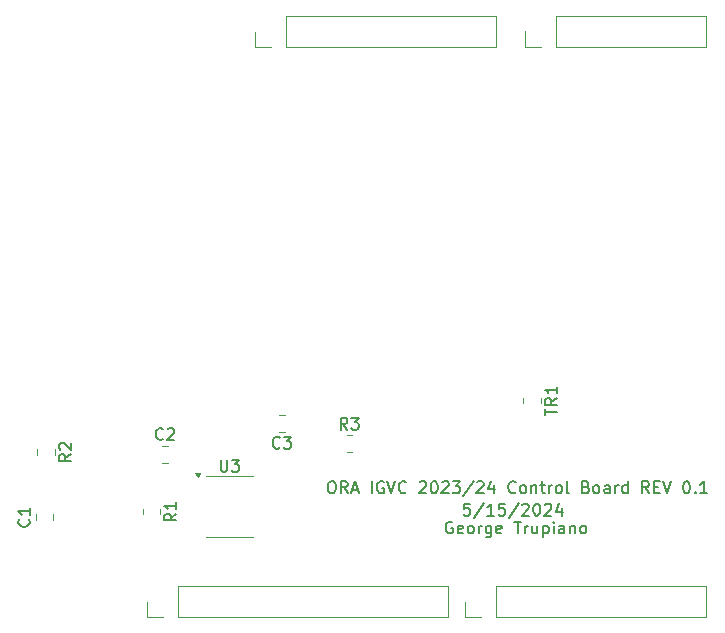
<source format=gbr>
%TF.GenerationSoftware,KiCad,Pcbnew,8.0.2-1*%
%TF.CreationDate,2024-05-16T23:12:18-04:00*%
%TF.ProjectId,ORA_Arduino_ESP_CAN_Shield,4f52415f-4172-4647-9569-6e6f5f455350,rev?*%
%TF.SameCoordinates,Original*%
%TF.FileFunction,Legend,Top*%
%TF.FilePolarity,Positive*%
%FSLAX46Y46*%
G04 Gerber Fmt 4.6, Leading zero omitted, Abs format (unit mm)*
G04 Created by KiCad (PCBNEW 8.0.2-1) date 2024-05-16 23:12:18*
%MOMM*%
%LPD*%
G01*
G04 APERTURE LIST*
%ADD10C,0.150000*%
%ADD11C,0.120000*%
G04 APERTURE END LIST*
D10*
X67100588Y-66867438D02*
X67005350Y-66819819D01*
X67005350Y-66819819D02*
X66862493Y-66819819D01*
X66862493Y-66819819D02*
X66719636Y-66867438D01*
X66719636Y-66867438D02*
X66624398Y-66962676D01*
X66624398Y-66962676D02*
X66576779Y-67057914D01*
X66576779Y-67057914D02*
X66529160Y-67248390D01*
X66529160Y-67248390D02*
X66529160Y-67391247D01*
X66529160Y-67391247D02*
X66576779Y-67581723D01*
X66576779Y-67581723D02*
X66624398Y-67676961D01*
X66624398Y-67676961D02*
X66719636Y-67772200D01*
X66719636Y-67772200D02*
X66862493Y-67819819D01*
X66862493Y-67819819D02*
X66957731Y-67819819D01*
X66957731Y-67819819D02*
X67100588Y-67772200D01*
X67100588Y-67772200D02*
X67148207Y-67724580D01*
X67148207Y-67724580D02*
X67148207Y-67391247D01*
X67148207Y-67391247D02*
X66957731Y-67391247D01*
X67957731Y-67772200D02*
X67862493Y-67819819D01*
X67862493Y-67819819D02*
X67672017Y-67819819D01*
X67672017Y-67819819D02*
X67576779Y-67772200D01*
X67576779Y-67772200D02*
X67529160Y-67676961D01*
X67529160Y-67676961D02*
X67529160Y-67296009D01*
X67529160Y-67296009D02*
X67576779Y-67200771D01*
X67576779Y-67200771D02*
X67672017Y-67153152D01*
X67672017Y-67153152D02*
X67862493Y-67153152D01*
X67862493Y-67153152D02*
X67957731Y-67200771D01*
X67957731Y-67200771D02*
X68005350Y-67296009D01*
X68005350Y-67296009D02*
X68005350Y-67391247D01*
X68005350Y-67391247D02*
X67529160Y-67486485D01*
X68576779Y-67819819D02*
X68481541Y-67772200D01*
X68481541Y-67772200D02*
X68433922Y-67724580D01*
X68433922Y-67724580D02*
X68386303Y-67629342D01*
X68386303Y-67629342D02*
X68386303Y-67343628D01*
X68386303Y-67343628D02*
X68433922Y-67248390D01*
X68433922Y-67248390D02*
X68481541Y-67200771D01*
X68481541Y-67200771D02*
X68576779Y-67153152D01*
X68576779Y-67153152D02*
X68719636Y-67153152D01*
X68719636Y-67153152D02*
X68814874Y-67200771D01*
X68814874Y-67200771D02*
X68862493Y-67248390D01*
X68862493Y-67248390D02*
X68910112Y-67343628D01*
X68910112Y-67343628D02*
X68910112Y-67629342D01*
X68910112Y-67629342D02*
X68862493Y-67724580D01*
X68862493Y-67724580D02*
X68814874Y-67772200D01*
X68814874Y-67772200D02*
X68719636Y-67819819D01*
X68719636Y-67819819D02*
X68576779Y-67819819D01*
X69338684Y-67819819D02*
X69338684Y-67153152D01*
X69338684Y-67343628D02*
X69386303Y-67248390D01*
X69386303Y-67248390D02*
X69433922Y-67200771D01*
X69433922Y-67200771D02*
X69529160Y-67153152D01*
X69529160Y-67153152D02*
X69624398Y-67153152D01*
X70386303Y-67153152D02*
X70386303Y-67962676D01*
X70386303Y-67962676D02*
X70338684Y-68057914D01*
X70338684Y-68057914D02*
X70291065Y-68105533D01*
X70291065Y-68105533D02*
X70195827Y-68153152D01*
X70195827Y-68153152D02*
X70052970Y-68153152D01*
X70052970Y-68153152D02*
X69957732Y-68105533D01*
X70386303Y-67772200D02*
X70291065Y-67819819D01*
X70291065Y-67819819D02*
X70100589Y-67819819D01*
X70100589Y-67819819D02*
X70005351Y-67772200D01*
X70005351Y-67772200D02*
X69957732Y-67724580D01*
X69957732Y-67724580D02*
X69910113Y-67629342D01*
X69910113Y-67629342D02*
X69910113Y-67343628D01*
X69910113Y-67343628D02*
X69957732Y-67248390D01*
X69957732Y-67248390D02*
X70005351Y-67200771D01*
X70005351Y-67200771D02*
X70100589Y-67153152D01*
X70100589Y-67153152D02*
X70291065Y-67153152D01*
X70291065Y-67153152D02*
X70386303Y-67200771D01*
X71243446Y-67772200D02*
X71148208Y-67819819D01*
X71148208Y-67819819D02*
X70957732Y-67819819D01*
X70957732Y-67819819D02*
X70862494Y-67772200D01*
X70862494Y-67772200D02*
X70814875Y-67676961D01*
X70814875Y-67676961D02*
X70814875Y-67296009D01*
X70814875Y-67296009D02*
X70862494Y-67200771D01*
X70862494Y-67200771D02*
X70957732Y-67153152D01*
X70957732Y-67153152D02*
X71148208Y-67153152D01*
X71148208Y-67153152D02*
X71243446Y-67200771D01*
X71243446Y-67200771D02*
X71291065Y-67296009D01*
X71291065Y-67296009D02*
X71291065Y-67391247D01*
X71291065Y-67391247D02*
X70814875Y-67486485D01*
X72338685Y-66819819D02*
X72910113Y-66819819D01*
X72624399Y-67819819D02*
X72624399Y-66819819D01*
X73243447Y-67819819D02*
X73243447Y-67153152D01*
X73243447Y-67343628D02*
X73291066Y-67248390D01*
X73291066Y-67248390D02*
X73338685Y-67200771D01*
X73338685Y-67200771D02*
X73433923Y-67153152D01*
X73433923Y-67153152D02*
X73529161Y-67153152D01*
X74291066Y-67153152D02*
X74291066Y-67819819D01*
X73862495Y-67153152D02*
X73862495Y-67676961D01*
X73862495Y-67676961D02*
X73910114Y-67772200D01*
X73910114Y-67772200D02*
X74005352Y-67819819D01*
X74005352Y-67819819D02*
X74148209Y-67819819D01*
X74148209Y-67819819D02*
X74243447Y-67772200D01*
X74243447Y-67772200D02*
X74291066Y-67724580D01*
X74767257Y-67153152D02*
X74767257Y-68153152D01*
X74767257Y-67200771D02*
X74862495Y-67153152D01*
X74862495Y-67153152D02*
X75052971Y-67153152D01*
X75052971Y-67153152D02*
X75148209Y-67200771D01*
X75148209Y-67200771D02*
X75195828Y-67248390D01*
X75195828Y-67248390D02*
X75243447Y-67343628D01*
X75243447Y-67343628D02*
X75243447Y-67629342D01*
X75243447Y-67629342D02*
X75195828Y-67724580D01*
X75195828Y-67724580D02*
X75148209Y-67772200D01*
X75148209Y-67772200D02*
X75052971Y-67819819D01*
X75052971Y-67819819D02*
X74862495Y-67819819D01*
X74862495Y-67819819D02*
X74767257Y-67772200D01*
X75672019Y-67819819D02*
X75672019Y-67153152D01*
X75672019Y-66819819D02*
X75624400Y-66867438D01*
X75624400Y-66867438D02*
X75672019Y-66915057D01*
X75672019Y-66915057D02*
X75719638Y-66867438D01*
X75719638Y-66867438D02*
X75672019Y-66819819D01*
X75672019Y-66819819D02*
X75672019Y-66915057D01*
X76576780Y-67819819D02*
X76576780Y-67296009D01*
X76576780Y-67296009D02*
X76529161Y-67200771D01*
X76529161Y-67200771D02*
X76433923Y-67153152D01*
X76433923Y-67153152D02*
X76243447Y-67153152D01*
X76243447Y-67153152D02*
X76148209Y-67200771D01*
X76576780Y-67772200D02*
X76481542Y-67819819D01*
X76481542Y-67819819D02*
X76243447Y-67819819D01*
X76243447Y-67819819D02*
X76148209Y-67772200D01*
X76148209Y-67772200D02*
X76100590Y-67676961D01*
X76100590Y-67676961D02*
X76100590Y-67581723D01*
X76100590Y-67581723D02*
X76148209Y-67486485D01*
X76148209Y-67486485D02*
X76243447Y-67438866D01*
X76243447Y-67438866D02*
X76481542Y-67438866D01*
X76481542Y-67438866D02*
X76576780Y-67391247D01*
X77052971Y-67153152D02*
X77052971Y-67819819D01*
X77052971Y-67248390D02*
X77100590Y-67200771D01*
X77100590Y-67200771D02*
X77195828Y-67153152D01*
X77195828Y-67153152D02*
X77338685Y-67153152D01*
X77338685Y-67153152D02*
X77433923Y-67200771D01*
X77433923Y-67200771D02*
X77481542Y-67296009D01*
X77481542Y-67296009D02*
X77481542Y-67819819D01*
X78100590Y-67819819D02*
X78005352Y-67772200D01*
X78005352Y-67772200D02*
X77957733Y-67724580D01*
X77957733Y-67724580D02*
X77910114Y-67629342D01*
X77910114Y-67629342D02*
X77910114Y-67343628D01*
X77910114Y-67343628D02*
X77957733Y-67248390D01*
X77957733Y-67248390D02*
X78005352Y-67200771D01*
X78005352Y-67200771D02*
X78100590Y-67153152D01*
X78100590Y-67153152D02*
X78243447Y-67153152D01*
X78243447Y-67153152D02*
X78338685Y-67200771D01*
X78338685Y-67200771D02*
X78386304Y-67248390D01*
X78386304Y-67248390D02*
X78433923Y-67343628D01*
X78433923Y-67343628D02*
X78433923Y-67629342D01*
X78433923Y-67629342D02*
X78386304Y-67724580D01*
X78386304Y-67724580D02*
X78338685Y-67772200D01*
X78338685Y-67772200D02*
X78243447Y-67819819D01*
X78243447Y-67819819D02*
X78100590Y-67819819D01*
X56787255Y-63399819D02*
X56977731Y-63399819D01*
X56977731Y-63399819D02*
X57072969Y-63447438D01*
X57072969Y-63447438D02*
X57168207Y-63542676D01*
X57168207Y-63542676D02*
X57215826Y-63733152D01*
X57215826Y-63733152D02*
X57215826Y-64066485D01*
X57215826Y-64066485D02*
X57168207Y-64256961D01*
X57168207Y-64256961D02*
X57072969Y-64352200D01*
X57072969Y-64352200D02*
X56977731Y-64399819D01*
X56977731Y-64399819D02*
X56787255Y-64399819D01*
X56787255Y-64399819D02*
X56692017Y-64352200D01*
X56692017Y-64352200D02*
X56596779Y-64256961D01*
X56596779Y-64256961D02*
X56549160Y-64066485D01*
X56549160Y-64066485D02*
X56549160Y-63733152D01*
X56549160Y-63733152D02*
X56596779Y-63542676D01*
X56596779Y-63542676D02*
X56692017Y-63447438D01*
X56692017Y-63447438D02*
X56787255Y-63399819D01*
X58215826Y-64399819D02*
X57882493Y-63923628D01*
X57644398Y-64399819D02*
X57644398Y-63399819D01*
X57644398Y-63399819D02*
X58025350Y-63399819D01*
X58025350Y-63399819D02*
X58120588Y-63447438D01*
X58120588Y-63447438D02*
X58168207Y-63495057D01*
X58168207Y-63495057D02*
X58215826Y-63590295D01*
X58215826Y-63590295D02*
X58215826Y-63733152D01*
X58215826Y-63733152D02*
X58168207Y-63828390D01*
X58168207Y-63828390D02*
X58120588Y-63876009D01*
X58120588Y-63876009D02*
X58025350Y-63923628D01*
X58025350Y-63923628D02*
X57644398Y-63923628D01*
X58596779Y-64114104D02*
X59072969Y-64114104D01*
X58501541Y-64399819D02*
X58834874Y-63399819D01*
X58834874Y-63399819D02*
X59168207Y-64399819D01*
X60263446Y-64399819D02*
X60263446Y-63399819D01*
X61263445Y-63447438D02*
X61168207Y-63399819D01*
X61168207Y-63399819D02*
X61025350Y-63399819D01*
X61025350Y-63399819D02*
X60882493Y-63447438D01*
X60882493Y-63447438D02*
X60787255Y-63542676D01*
X60787255Y-63542676D02*
X60739636Y-63637914D01*
X60739636Y-63637914D02*
X60692017Y-63828390D01*
X60692017Y-63828390D02*
X60692017Y-63971247D01*
X60692017Y-63971247D02*
X60739636Y-64161723D01*
X60739636Y-64161723D02*
X60787255Y-64256961D01*
X60787255Y-64256961D02*
X60882493Y-64352200D01*
X60882493Y-64352200D02*
X61025350Y-64399819D01*
X61025350Y-64399819D02*
X61120588Y-64399819D01*
X61120588Y-64399819D02*
X61263445Y-64352200D01*
X61263445Y-64352200D02*
X61311064Y-64304580D01*
X61311064Y-64304580D02*
X61311064Y-63971247D01*
X61311064Y-63971247D02*
X61120588Y-63971247D01*
X61596779Y-63399819D02*
X61930112Y-64399819D01*
X61930112Y-64399819D02*
X62263445Y-63399819D01*
X63168207Y-64304580D02*
X63120588Y-64352200D01*
X63120588Y-64352200D02*
X62977731Y-64399819D01*
X62977731Y-64399819D02*
X62882493Y-64399819D01*
X62882493Y-64399819D02*
X62739636Y-64352200D01*
X62739636Y-64352200D02*
X62644398Y-64256961D01*
X62644398Y-64256961D02*
X62596779Y-64161723D01*
X62596779Y-64161723D02*
X62549160Y-63971247D01*
X62549160Y-63971247D02*
X62549160Y-63828390D01*
X62549160Y-63828390D02*
X62596779Y-63637914D01*
X62596779Y-63637914D02*
X62644398Y-63542676D01*
X62644398Y-63542676D02*
X62739636Y-63447438D01*
X62739636Y-63447438D02*
X62882493Y-63399819D01*
X62882493Y-63399819D02*
X62977731Y-63399819D01*
X62977731Y-63399819D02*
X63120588Y-63447438D01*
X63120588Y-63447438D02*
X63168207Y-63495057D01*
X64311065Y-63495057D02*
X64358684Y-63447438D01*
X64358684Y-63447438D02*
X64453922Y-63399819D01*
X64453922Y-63399819D02*
X64692017Y-63399819D01*
X64692017Y-63399819D02*
X64787255Y-63447438D01*
X64787255Y-63447438D02*
X64834874Y-63495057D01*
X64834874Y-63495057D02*
X64882493Y-63590295D01*
X64882493Y-63590295D02*
X64882493Y-63685533D01*
X64882493Y-63685533D02*
X64834874Y-63828390D01*
X64834874Y-63828390D02*
X64263446Y-64399819D01*
X64263446Y-64399819D02*
X64882493Y-64399819D01*
X65501541Y-63399819D02*
X65596779Y-63399819D01*
X65596779Y-63399819D02*
X65692017Y-63447438D01*
X65692017Y-63447438D02*
X65739636Y-63495057D01*
X65739636Y-63495057D02*
X65787255Y-63590295D01*
X65787255Y-63590295D02*
X65834874Y-63780771D01*
X65834874Y-63780771D02*
X65834874Y-64018866D01*
X65834874Y-64018866D02*
X65787255Y-64209342D01*
X65787255Y-64209342D02*
X65739636Y-64304580D01*
X65739636Y-64304580D02*
X65692017Y-64352200D01*
X65692017Y-64352200D02*
X65596779Y-64399819D01*
X65596779Y-64399819D02*
X65501541Y-64399819D01*
X65501541Y-64399819D02*
X65406303Y-64352200D01*
X65406303Y-64352200D02*
X65358684Y-64304580D01*
X65358684Y-64304580D02*
X65311065Y-64209342D01*
X65311065Y-64209342D02*
X65263446Y-64018866D01*
X65263446Y-64018866D02*
X65263446Y-63780771D01*
X65263446Y-63780771D02*
X65311065Y-63590295D01*
X65311065Y-63590295D02*
X65358684Y-63495057D01*
X65358684Y-63495057D02*
X65406303Y-63447438D01*
X65406303Y-63447438D02*
X65501541Y-63399819D01*
X66215827Y-63495057D02*
X66263446Y-63447438D01*
X66263446Y-63447438D02*
X66358684Y-63399819D01*
X66358684Y-63399819D02*
X66596779Y-63399819D01*
X66596779Y-63399819D02*
X66692017Y-63447438D01*
X66692017Y-63447438D02*
X66739636Y-63495057D01*
X66739636Y-63495057D02*
X66787255Y-63590295D01*
X66787255Y-63590295D02*
X66787255Y-63685533D01*
X66787255Y-63685533D02*
X66739636Y-63828390D01*
X66739636Y-63828390D02*
X66168208Y-64399819D01*
X66168208Y-64399819D02*
X66787255Y-64399819D01*
X67120589Y-63399819D02*
X67739636Y-63399819D01*
X67739636Y-63399819D02*
X67406303Y-63780771D01*
X67406303Y-63780771D02*
X67549160Y-63780771D01*
X67549160Y-63780771D02*
X67644398Y-63828390D01*
X67644398Y-63828390D02*
X67692017Y-63876009D01*
X67692017Y-63876009D02*
X67739636Y-63971247D01*
X67739636Y-63971247D02*
X67739636Y-64209342D01*
X67739636Y-64209342D02*
X67692017Y-64304580D01*
X67692017Y-64304580D02*
X67644398Y-64352200D01*
X67644398Y-64352200D02*
X67549160Y-64399819D01*
X67549160Y-64399819D02*
X67263446Y-64399819D01*
X67263446Y-64399819D02*
X67168208Y-64352200D01*
X67168208Y-64352200D02*
X67120589Y-64304580D01*
X68882493Y-63352200D02*
X68025351Y-64637914D01*
X69168208Y-63495057D02*
X69215827Y-63447438D01*
X69215827Y-63447438D02*
X69311065Y-63399819D01*
X69311065Y-63399819D02*
X69549160Y-63399819D01*
X69549160Y-63399819D02*
X69644398Y-63447438D01*
X69644398Y-63447438D02*
X69692017Y-63495057D01*
X69692017Y-63495057D02*
X69739636Y-63590295D01*
X69739636Y-63590295D02*
X69739636Y-63685533D01*
X69739636Y-63685533D02*
X69692017Y-63828390D01*
X69692017Y-63828390D02*
X69120589Y-64399819D01*
X69120589Y-64399819D02*
X69739636Y-64399819D01*
X70596779Y-63733152D02*
X70596779Y-64399819D01*
X70358684Y-63352200D02*
X70120589Y-64066485D01*
X70120589Y-64066485D02*
X70739636Y-64066485D01*
X72453922Y-64304580D02*
X72406303Y-64352200D01*
X72406303Y-64352200D02*
X72263446Y-64399819D01*
X72263446Y-64399819D02*
X72168208Y-64399819D01*
X72168208Y-64399819D02*
X72025351Y-64352200D01*
X72025351Y-64352200D02*
X71930113Y-64256961D01*
X71930113Y-64256961D02*
X71882494Y-64161723D01*
X71882494Y-64161723D02*
X71834875Y-63971247D01*
X71834875Y-63971247D02*
X71834875Y-63828390D01*
X71834875Y-63828390D02*
X71882494Y-63637914D01*
X71882494Y-63637914D02*
X71930113Y-63542676D01*
X71930113Y-63542676D02*
X72025351Y-63447438D01*
X72025351Y-63447438D02*
X72168208Y-63399819D01*
X72168208Y-63399819D02*
X72263446Y-63399819D01*
X72263446Y-63399819D02*
X72406303Y-63447438D01*
X72406303Y-63447438D02*
X72453922Y-63495057D01*
X73025351Y-64399819D02*
X72930113Y-64352200D01*
X72930113Y-64352200D02*
X72882494Y-64304580D01*
X72882494Y-64304580D02*
X72834875Y-64209342D01*
X72834875Y-64209342D02*
X72834875Y-63923628D01*
X72834875Y-63923628D02*
X72882494Y-63828390D01*
X72882494Y-63828390D02*
X72930113Y-63780771D01*
X72930113Y-63780771D02*
X73025351Y-63733152D01*
X73025351Y-63733152D02*
X73168208Y-63733152D01*
X73168208Y-63733152D02*
X73263446Y-63780771D01*
X73263446Y-63780771D02*
X73311065Y-63828390D01*
X73311065Y-63828390D02*
X73358684Y-63923628D01*
X73358684Y-63923628D02*
X73358684Y-64209342D01*
X73358684Y-64209342D02*
X73311065Y-64304580D01*
X73311065Y-64304580D02*
X73263446Y-64352200D01*
X73263446Y-64352200D02*
X73168208Y-64399819D01*
X73168208Y-64399819D02*
X73025351Y-64399819D01*
X73787256Y-63733152D02*
X73787256Y-64399819D01*
X73787256Y-63828390D02*
X73834875Y-63780771D01*
X73834875Y-63780771D02*
X73930113Y-63733152D01*
X73930113Y-63733152D02*
X74072970Y-63733152D01*
X74072970Y-63733152D02*
X74168208Y-63780771D01*
X74168208Y-63780771D02*
X74215827Y-63876009D01*
X74215827Y-63876009D02*
X74215827Y-64399819D01*
X74549161Y-63733152D02*
X74930113Y-63733152D01*
X74692018Y-63399819D02*
X74692018Y-64256961D01*
X74692018Y-64256961D02*
X74739637Y-64352200D01*
X74739637Y-64352200D02*
X74834875Y-64399819D01*
X74834875Y-64399819D02*
X74930113Y-64399819D01*
X75263447Y-64399819D02*
X75263447Y-63733152D01*
X75263447Y-63923628D02*
X75311066Y-63828390D01*
X75311066Y-63828390D02*
X75358685Y-63780771D01*
X75358685Y-63780771D02*
X75453923Y-63733152D01*
X75453923Y-63733152D02*
X75549161Y-63733152D01*
X76025352Y-64399819D02*
X75930114Y-64352200D01*
X75930114Y-64352200D02*
X75882495Y-64304580D01*
X75882495Y-64304580D02*
X75834876Y-64209342D01*
X75834876Y-64209342D02*
X75834876Y-63923628D01*
X75834876Y-63923628D02*
X75882495Y-63828390D01*
X75882495Y-63828390D02*
X75930114Y-63780771D01*
X75930114Y-63780771D02*
X76025352Y-63733152D01*
X76025352Y-63733152D02*
X76168209Y-63733152D01*
X76168209Y-63733152D02*
X76263447Y-63780771D01*
X76263447Y-63780771D02*
X76311066Y-63828390D01*
X76311066Y-63828390D02*
X76358685Y-63923628D01*
X76358685Y-63923628D02*
X76358685Y-64209342D01*
X76358685Y-64209342D02*
X76311066Y-64304580D01*
X76311066Y-64304580D02*
X76263447Y-64352200D01*
X76263447Y-64352200D02*
X76168209Y-64399819D01*
X76168209Y-64399819D02*
X76025352Y-64399819D01*
X76930114Y-64399819D02*
X76834876Y-64352200D01*
X76834876Y-64352200D02*
X76787257Y-64256961D01*
X76787257Y-64256961D02*
X76787257Y-63399819D01*
X78406305Y-63876009D02*
X78549162Y-63923628D01*
X78549162Y-63923628D02*
X78596781Y-63971247D01*
X78596781Y-63971247D02*
X78644400Y-64066485D01*
X78644400Y-64066485D02*
X78644400Y-64209342D01*
X78644400Y-64209342D02*
X78596781Y-64304580D01*
X78596781Y-64304580D02*
X78549162Y-64352200D01*
X78549162Y-64352200D02*
X78453924Y-64399819D01*
X78453924Y-64399819D02*
X78072972Y-64399819D01*
X78072972Y-64399819D02*
X78072972Y-63399819D01*
X78072972Y-63399819D02*
X78406305Y-63399819D01*
X78406305Y-63399819D02*
X78501543Y-63447438D01*
X78501543Y-63447438D02*
X78549162Y-63495057D01*
X78549162Y-63495057D02*
X78596781Y-63590295D01*
X78596781Y-63590295D02*
X78596781Y-63685533D01*
X78596781Y-63685533D02*
X78549162Y-63780771D01*
X78549162Y-63780771D02*
X78501543Y-63828390D01*
X78501543Y-63828390D02*
X78406305Y-63876009D01*
X78406305Y-63876009D02*
X78072972Y-63876009D01*
X79215829Y-64399819D02*
X79120591Y-64352200D01*
X79120591Y-64352200D02*
X79072972Y-64304580D01*
X79072972Y-64304580D02*
X79025353Y-64209342D01*
X79025353Y-64209342D02*
X79025353Y-63923628D01*
X79025353Y-63923628D02*
X79072972Y-63828390D01*
X79072972Y-63828390D02*
X79120591Y-63780771D01*
X79120591Y-63780771D02*
X79215829Y-63733152D01*
X79215829Y-63733152D02*
X79358686Y-63733152D01*
X79358686Y-63733152D02*
X79453924Y-63780771D01*
X79453924Y-63780771D02*
X79501543Y-63828390D01*
X79501543Y-63828390D02*
X79549162Y-63923628D01*
X79549162Y-63923628D02*
X79549162Y-64209342D01*
X79549162Y-64209342D02*
X79501543Y-64304580D01*
X79501543Y-64304580D02*
X79453924Y-64352200D01*
X79453924Y-64352200D02*
X79358686Y-64399819D01*
X79358686Y-64399819D02*
X79215829Y-64399819D01*
X80406305Y-64399819D02*
X80406305Y-63876009D01*
X80406305Y-63876009D02*
X80358686Y-63780771D01*
X80358686Y-63780771D02*
X80263448Y-63733152D01*
X80263448Y-63733152D02*
X80072972Y-63733152D01*
X80072972Y-63733152D02*
X79977734Y-63780771D01*
X80406305Y-64352200D02*
X80311067Y-64399819D01*
X80311067Y-64399819D02*
X80072972Y-64399819D01*
X80072972Y-64399819D02*
X79977734Y-64352200D01*
X79977734Y-64352200D02*
X79930115Y-64256961D01*
X79930115Y-64256961D02*
X79930115Y-64161723D01*
X79930115Y-64161723D02*
X79977734Y-64066485D01*
X79977734Y-64066485D02*
X80072972Y-64018866D01*
X80072972Y-64018866D02*
X80311067Y-64018866D01*
X80311067Y-64018866D02*
X80406305Y-63971247D01*
X80882496Y-64399819D02*
X80882496Y-63733152D01*
X80882496Y-63923628D02*
X80930115Y-63828390D01*
X80930115Y-63828390D02*
X80977734Y-63780771D01*
X80977734Y-63780771D02*
X81072972Y-63733152D01*
X81072972Y-63733152D02*
X81168210Y-63733152D01*
X81930115Y-64399819D02*
X81930115Y-63399819D01*
X81930115Y-64352200D02*
X81834877Y-64399819D01*
X81834877Y-64399819D02*
X81644401Y-64399819D01*
X81644401Y-64399819D02*
X81549163Y-64352200D01*
X81549163Y-64352200D02*
X81501544Y-64304580D01*
X81501544Y-64304580D02*
X81453925Y-64209342D01*
X81453925Y-64209342D02*
X81453925Y-63923628D01*
X81453925Y-63923628D02*
X81501544Y-63828390D01*
X81501544Y-63828390D02*
X81549163Y-63780771D01*
X81549163Y-63780771D02*
X81644401Y-63733152D01*
X81644401Y-63733152D02*
X81834877Y-63733152D01*
X81834877Y-63733152D02*
X81930115Y-63780771D01*
X83739639Y-64399819D02*
X83406306Y-63923628D01*
X83168211Y-64399819D02*
X83168211Y-63399819D01*
X83168211Y-63399819D02*
X83549163Y-63399819D01*
X83549163Y-63399819D02*
X83644401Y-63447438D01*
X83644401Y-63447438D02*
X83692020Y-63495057D01*
X83692020Y-63495057D02*
X83739639Y-63590295D01*
X83739639Y-63590295D02*
X83739639Y-63733152D01*
X83739639Y-63733152D02*
X83692020Y-63828390D01*
X83692020Y-63828390D02*
X83644401Y-63876009D01*
X83644401Y-63876009D02*
X83549163Y-63923628D01*
X83549163Y-63923628D02*
X83168211Y-63923628D01*
X84168211Y-63876009D02*
X84501544Y-63876009D01*
X84644401Y-64399819D02*
X84168211Y-64399819D01*
X84168211Y-64399819D02*
X84168211Y-63399819D01*
X84168211Y-63399819D02*
X84644401Y-63399819D01*
X84930116Y-63399819D02*
X85263449Y-64399819D01*
X85263449Y-64399819D02*
X85596782Y-63399819D01*
X86882497Y-63399819D02*
X86977735Y-63399819D01*
X86977735Y-63399819D02*
X87072973Y-63447438D01*
X87072973Y-63447438D02*
X87120592Y-63495057D01*
X87120592Y-63495057D02*
X87168211Y-63590295D01*
X87168211Y-63590295D02*
X87215830Y-63780771D01*
X87215830Y-63780771D02*
X87215830Y-64018866D01*
X87215830Y-64018866D02*
X87168211Y-64209342D01*
X87168211Y-64209342D02*
X87120592Y-64304580D01*
X87120592Y-64304580D02*
X87072973Y-64352200D01*
X87072973Y-64352200D02*
X86977735Y-64399819D01*
X86977735Y-64399819D02*
X86882497Y-64399819D01*
X86882497Y-64399819D02*
X86787259Y-64352200D01*
X86787259Y-64352200D02*
X86739640Y-64304580D01*
X86739640Y-64304580D02*
X86692021Y-64209342D01*
X86692021Y-64209342D02*
X86644402Y-64018866D01*
X86644402Y-64018866D02*
X86644402Y-63780771D01*
X86644402Y-63780771D02*
X86692021Y-63590295D01*
X86692021Y-63590295D02*
X86739640Y-63495057D01*
X86739640Y-63495057D02*
X86787259Y-63447438D01*
X86787259Y-63447438D02*
X86882497Y-63399819D01*
X87644402Y-64304580D02*
X87692021Y-64352200D01*
X87692021Y-64352200D02*
X87644402Y-64399819D01*
X87644402Y-64399819D02*
X87596783Y-64352200D01*
X87596783Y-64352200D02*
X87644402Y-64304580D01*
X87644402Y-64304580D02*
X87644402Y-64399819D01*
X88644401Y-64399819D02*
X88072973Y-64399819D01*
X88358687Y-64399819D02*
X88358687Y-63399819D01*
X88358687Y-63399819D02*
X88263449Y-63542676D01*
X88263449Y-63542676D02*
X88168211Y-63637914D01*
X88168211Y-63637914D02*
X88072973Y-63685533D01*
X68572969Y-65299819D02*
X68096779Y-65299819D01*
X68096779Y-65299819D02*
X68049160Y-65776009D01*
X68049160Y-65776009D02*
X68096779Y-65728390D01*
X68096779Y-65728390D02*
X68192017Y-65680771D01*
X68192017Y-65680771D02*
X68430112Y-65680771D01*
X68430112Y-65680771D02*
X68525350Y-65728390D01*
X68525350Y-65728390D02*
X68572969Y-65776009D01*
X68572969Y-65776009D02*
X68620588Y-65871247D01*
X68620588Y-65871247D02*
X68620588Y-66109342D01*
X68620588Y-66109342D02*
X68572969Y-66204580D01*
X68572969Y-66204580D02*
X68525350Y-66252200D01*
X68525350Y-66252200D02*
X68430112Y-66299819D01*
X68430112Y-66299819D02*
X68192017Y-66299819D01*
X68192017Y-66299819D02*
X68096779Y-66252200D01*
X68096779Y-66252200D02*
X68049160Y-66204580D01*
X69763445Y-65252200D02*
X68906303Y-66537914D01*
X70620588Y-66299819D02*
X70049160Y-66299819D01*
X70334874Y-66299819D02*
X70334874Y-65299819D01*
X70334874Y-65299819D02*
X70239636Y-65442676D01*
X70239636Y-65442676D02*
X70144398Y-65537914D01*
X70144398Y-65537914D02*
X70049160Y-65585533D01*
X71525350Y-65299819D02*
X71049160Y-65299819D01*
X71049160Y-65299819D02*
X71001541Y-65776009D01*
X71001541Y-65776009D02*
X71049160Y-65728390D01*
X71049160Y-65728390D02*
X71144398Y-65680771D01*
X71144398Y-65680771D02*
X71382493Y-65680771D01*
X71382493Y-65680771D02*
X71477731Y-65728390D01*
X71477731Y-65728390D02*
X71525350Y-65776009D01*
X71525350Y-65776009D02*
X71572969Y-65871247D01*
X71572969Y-65871247D02*
X71572969Y-66109342D01*
X71572969Y-66109342D02*
X71525350Y-66204580D01*
X71525350Y-66204580D02*
X71477731Y-66252200D01*
X71477731Y-66252200D02*
X71382493Y-66299819D01*
X71382493Y-66299819D02*
X71144398Y-66299819D01*
X71144398Y-66299819D02*
X71049160Y-66252200D01*
X71049160Y-66252200D02*
X71001541Y-66204580D01*
X72715826Y-65252200D02*
X71858684Y-66537914D01*
X73001541Y-65395057D02*
X73049160Y-65347438D01*
X73049160Y-65347438D02*
X73144398Y-65299819D01*
X73144398Y-65299819D02*
X73382493Y-65299819D01*
X73382493Y-65299819D02*
X73477731Y-65347438D01*
X73477731Y-65347438D02*
X73525350Y-65395057D01*
X73525350Y-65395057D02*
X73572969Y-65490295D01*
X73572969Y-65490295D02*
X73572969Y-65585533D01*
X73572969Y-65585533D02*
X73525350Y-65728390D01*
X73525350Y-65728390D02*
X72953922Y-66299819D01*
X72953922Y-66299819D02*
X73572969Y-66299819D01*
X74192017Y-65299819D02*
X74287255Y-65299819D01*
X74287255Y-65299819D02*
X74382493Y-65347438D01*
X74382493Y-65347438D02*
X74430112Y-65395057D01*
X74430112Y-65395057D02*
X74477731Y-65490295D01*
X74477731Y-65490295D02*
X74525350Y-65680771D01*
X74525350Y-65680771D02*
X74525350Y-65918866D01*
X74525350Y-65918866D02*
X74477731Y-66109342D01*
X74477731Y-66109342D02*
X74430112Y-66204580D01*
X74430112Y-66204580D02*
X74382493Y-66252200D01*
X74382493Y-66252200D02*
X74287255Y-66299819D01*
X74287255Y-66299819D02*
X74192017Y-66299819D01*
X74192017Y-66299819D02*
X74096779Y-66252200D01*
X74096779Y-66252200D02*
X74049160Y-66204580D01*
X74049160Y-66204580D02*
X74001541Y-66109342D01*
X74001541Y-66109342D02*
X73953922Y-65918866D01*
X73953922Y-65918866D02*
X73953922Y-65680771D01*
X73953922Y-65680771D02*
X74001541Y-65490295D01*
X74001541Y-65490295D02*
X74049160Y-65395057D01*
X74049160Y-65395057D02*
X74096779Y-65347438D01*
X74096779Y-65347438D02*
X74192017Y-65299819D01*
X74906303Y-65395057D02*
X74953922Y-65347438D01*
X74953922Y-65347438D02*
X75049160Y-65299819D01*
X75049160Y-65299819D02*
X75287255Y-65299819D01*
X75287255Y-65299819D02*
X75382493Y-65347438D01*
X75382493Y-65347438D02*
X75430112Y-65395057D01*
X75430112Y-65395057D02*
X75477731Y-65490295D01*
X75477731Y-65490295D02*
X75477731Y-65585533D01*
X75477731Y-65585533D02*
X75430112Y-65728390D01*
X75430112Y-65728390D02*
X74858684Y-66299819D01*
X74858684Y-66299819D02*
X75477731Y-66299819D01*
X76334874Y-65633152D02*
X76334874Y-66299819D01*
X76096779Y-65252200D02*
X75858684Y-65966485D01*
X75858684Y-65966485D02*
X76477731Y-65966485D01*
X43719819Y-66146666D02*
X43243628Y-66479999D01*
X43719819Y-66718094D02*
X42719819Y-66718094D01*
X42719819Y-66718094D02*
X42719819Y-66337142D01*
X42719819Y-66337142D02*
X42767438Y-66241904D01*
X42767438Y-66241904D02*
X42815057Y-66194285D01*
X42815057Y-66194285D02*
X42910295Y-66146666D01*
X42910295Y-66146666D02*
X43053152Y-66146666D01*
X43053152Y-66146666D02*
X43148390Y-66194285D01*
X43148390Y-66194285D02*
X43196009Y-66241904D01*
X43196009Y-66241904D02*
X43243628Y-66337142D01*
X43243628Y-66337142D02*
X43243628Y-66718094D01*
X43719819Y-65194285D02*
X43719819Y-65765713D01*
X43719819Y-65479999D02*
X42719819Y-65479999D01*
X42719819Y-65479999D02*
X42862676Y-65575237D01*
X42862676Y-65575237D02*
X42957914Y-65670475D01*
X42957914Y-65670475D02*
X43005533Y-65765713D01*
X74929819Y-57821904D02*
X74929819Y-57250476D01*
X75929819Y-57536190D02*
X74929819Y-57536190D01*
X75929819Y-56345714D02*
X75453628Y-56679047D01*
X75929819Y-56917142D02*
X74929819Y-56917142D01*
X74929819Y-56917142D02*
X74929819Y-56536190D01*
X74929819Y-56536190D02*
X74977438Y-56440952D01*
X74977438Y-56440952D02*
X75025057Y-56393333D01*
X75025057Y-56393333D02*
X75120295Y-56345714D01*
X75120295Y-56345714D02*
X75263152Y-56345714D01*
X75263152Y-56345714D02*
X75358390Y-56393333D01*
X75358390Y-56393333D02*
X75406009Y-56440952D01*
X75406009Y-56440952D02*
X75453628Y-56536190D01*
X75453628Y-56536190D02*
X75453628Y-56917142D01*
X75929819Y-55393333D02*
X75929819Y-55964761D01*
X75929819Y-55679047D02*
X74929819Y-55679047D01*
X74929819Y-55679047D02*
X75072676Y-55774285D01*
X75072676Y-55774285D02*
X75167914Y-55869523D01*
X75167914Y-55869523D02*
X75215533Y-55964761D01*
X42598333Y-59809580D02*
X42550714Y-59857200D01*
X42550714Y-59857200D02*
X42407857Y-59904819D01*
X42407857Y-59904819D02*
X42312619Y-59904819D01*
X42312619Y-59904819D02*
X42169762Y-59857200D01*
X42169762Y-59857200D02*
X42074524Y-59761961D01*
X42074524Y-59761961D02*
X42026905Y-59666723D01*
X42026905Y-59666723D02*
X41979286Y-59476247D01*
X41979286Y-59476247D02*
X41979286Y-59333390D01*
X41979286Y-59333390D02*
X42026905Y-59142914D01*
X42026905Y-59142914D02*
X42074524Y-59047676D01*
X42074524Y-59047676D02*
X42169762Y-58952438D01*
X42169762Y-58952438D02*
X42312619Y-58904819D01*
X42312619Y-58904819D02*
X42407857Y-58904819D01*
X42407857Y-58904819D02*
X42550714Y-58952438D01*
X42550714Y-58952438D02*
X42598333Y-59000057D01*
X42979286Y-59000057D02*
X43026905Y-58952438D01*
X43026905Y-58952438D02*
X43122143Y-58904819D01*
X43122143Y-58904819D02*
X43360238Y-58904819D01*
X43360238Y-58904819D02*
X43455476Y-58952438D01*
X43455476Y-58952438D02*
X43503095Y-59000057D01*
X43503095Y-59000057D02*
X43550714Y-59095295D01*
X43550714Y-59095295D02*
X43550714Y-59190533D01*
X43550714Y-59190533D02*
X43503095Y-59333390D01*
X43503095Y-59333390D02*
X42931667Y-59904819D01*
X42931667Y-59904819D02*
X43550714Y-59904819D01*
X31234580Y-66616666D02*
X31282200Y-66664285D01*
X31282200Y-66664285D02*
X31329819Y-66807142D01*
X31329819Y-66807142D02*
X31329819Y-66902380D01*
X31329819Y-66902380D02*
X31282200Y-67045237D01*
X31282200Y-67045237D02*
X31186961Y-67140475D01*
X31186961Y-67140475D02*
X31091723Y-67188094D01*
X31091723Y-67188094D02*
X30901247Y-67235713D01*
X30901247Y-67235713D02*
X30758390Y-67235713D01*
X30758390Y-67235713D02*
X30567914Y-67188094D01*
X30567914Y-67188094D02*
X30472676Y-67140475D01*
X30472676Y-67140475D02*
X30377438Y-67045237D01*
X30377438Y-67045237D02*
X30329819Y-66902380D01*
X30329819Y-66902380D02*
X30329819Y-66807142D01*
X30329819Y-66807142D02*
X30377438Y-66664285D01*
X30377438Y-66664285D02*
X30425057Y-66616666D01*
X31329819Y-65664285D02*
X31329819Y-66235713D01*
X31329819Y-65949999D02*
X30329819Y-65949999D01*
X30329819Y-65949999D02*
X30472676Y-66045237D01*
X30472676Y-66045237D02*
X30567914Y-66140475D01*
X30567914Y-66140475D02*
X30615533Y-66235713D01*
X58208333Y-59024819D02*
X57875000Y-58548628D01*
X57636905Y-59024819D02*
X57636905Y-58024819D01*
X57636905Y-58024819D02*
X58017857Y-58024819D01*
X58017857Y-58024819D02*
X58113095Y-58072438D01*
X58113095Y-58072438D02*
X58160714Y-58120057D01*
X58160714Y-58120057D02*
X58208333Y-58215295D01*
X58208333Y-58215295D02*
X58208333Y-58358152D01*
X58208333Y-58358152D02*
X58160714Y-58453390D01*
X58160714Y-58453390D02*
X58113095Y-58501009D01*
X58113095Y-58501009D02*
X58017857Y-58548628D01*
X58017857Y-58548628D02*
X57636905Y-58548628D01*
X58541667Y-58024819D02*
X59160714Y-58024819D01*
X59160714Y-58024819D02*
X58827381Y-58405771D01*
X58827381Y-58405771D02*
X58970238Y-58405771D01*
X58970238Y-58405771D02*
X59065476Y-58453390D01*
X59065476Y-58453390D02*
X59113095Y-58501009D01*
X59113095Y-58501009D02*
X59160714Y-58596247D01*
X59160714Y-58596247D02*
X59160714Y-58834342D01*
X59160714Y-58834342D02*
X59113095Y-58929580D01*
X59113095Y-58929580D02*
X59065476Y-58977200D01*
X59065476Y-58977200D02*
X58970238Y-59024819D01*
X58970238Y-59024819D02*
X58684524Y-59024819D01*
X58684524Y-59024819D02*
X58589286Y-58977200D01*
X58589286Y-58977200D02*
X58541667Y-58929580D01*
X52485833Y-60539580D02*
X52438214Y-60587200D01*
X52438214Y-60587200D02*
X52295357Y-60634819D01*
X52295357Y-60634819D02*
X52200119Y-60634819D01*
X52200119Y-60634819D02*
X52057262Y-60587200D01*
X52057262Y-60587200D02*
X51962024Y-60491961D01*
X51962024Y-60491961D02*
X51914405Y-60396723D01*
X51914405Y-60396723D02*
X51866786Y-60206247D01*
X51866786Y-60206247D02*
X51866786Y-60063390D01*
X51866786Y-60063390D02*
X51914405Y-59872914D01*
X51914405Y-59872914D02*
X51962024Y-59777676D01*
X51962024Y-59777676D02*
X52057262Y-59682438D01*
X52057262Y-59682438D02*
X52200119Y-59634819D01*
X52200119Y-59634819D02*
X52295357Y-59634819D01*
X52295357Y-59634819D02*
X52438214Y-59682438D01*
X52438214Y-59682438D02*
X52485833Y-59730057D01*
X52819167Y-59634819D02*
X53438214Y-59634819D01*
X53438214Y-59634819D02*
X53104881Y-60015771D01*
X53104881Y-60015771D02*
X53247738Y-60015771D01*
X53247738Y-60015771D02*
X53342976Y-60063390D01*
X53342976Y-60063390D02*
X53390595Y-60111009D01*
X53390595Y-60111009D02*
X53438214Y-60206247D01*
X53438214Y-60206247D02*
X53438214Y-60444342D01*
X53438214Y-60444342D02*
X53390595Y-60539580D01*
X53390595Y-60539580D02*
X53342976Y-60587200D01*
X53342976Y-60587200D02*
X53247738Y-60634819D01*
X53247738Y-60634819D02*
X52962024Y-60634819D01*
X52962024Y-60634819D02*
X52866786Y-60587200D01*
X52866786Y-60587200D02*
X52819167Y-60539580D01*
X47463095Y-61574819D02*
X47463095Y-62384342D01*
X47463095Y-62384342D02*
X47510714Y-62479580D01*
X47510714Y-62479580D02*
X47558333Y-62527200D01*
X47558333Y-62527200D02*
X47653571Y-62574819D01*
X47653571Y-62574819D02*
X47844047Y-62574819D01*
X47844047Y-62574819D02*
X47939285Y-62527200D01*
X47939285Y-62527200D02*
X47986904Y-62479580D01*
X47986904Y-62479580D02*
X48034523Y-62384342D01*
X48034523Y-62384342D02*
X48034523Y-61574819D01*
X48415476Y-61574819D02*
X49034523Y-61574819D01*
X49034523Y-61574819D02*
X48701190Y-61955771D01*
X48701190Y-61955771D02*
X48844047Y-61955771D01*
X48844047Y-61955771D02*
X48939285Y-62003390D01*
X48939285Y-62003390D02*
X48986904Y-62051009D01*
X48986904Y-62051009D02*
X49034523Y-62146247D01*
X49034523Y-62146247D02*
X49034523Y-62384342D01*
X49034523Y-62384342D02*
X48986904Y-62479580D01*
X48986904Y-62479580D02*
X48939285Y-62527200D01*
X48939285Y-62527200D02*
X48844047Y-62574819D01*
X48844047Y-62574819D02*
X48558333Y-62574819D01*
X48558333Y-62574819D02*
X48463095Y-62527200D01*
X48463095Y-62527200D02*
X48415476Y-62479580D01*
X34799819Y-61096666D02*
X34323628Y-61429999D01*
X34799819Y-61668094D02*
X33799819Y-61668094D01*
X33799819Y-61668094D02*
X33799819Y-61287142D01*
X33799819Y-61287142D02*
X33847438Y-61191904D01*
X33847438Y-61191904D02*
X33895057Y-61144285D01*
X33895057Y-61144285D02*
X33990295Y-61096666D01*
X33990295Y-61096666D02*
X34133152Y-61096666D01*
X34133152Y-61096666D02*
X34228390Y-61144285D01*
X34228390Y-61144285D02*
X34276009Y-61191904D01*
X34276009Y-61191904D02*
X34323628Y-61287142D01*
X34323628Y-61287142D02*
X34323628Y-61668094D01*
X33895057Y-60715713D02*
X33847438Y-60668094D01*
X33847438Y-60668094D02*
X33799819Y-60572856D01*
X33799819Y-60572856D02*
X33799819Y-60334761D01*
X33799819Y-60334761D02*
X33847438Y-60239523D01*
X33847438Y-60239523D02*
X33895057Y-60191904D01*
X33895057Y-60191904D02*
X33990295Y-60144285D01*
X33990295Y-60144285D02*
X34085533Y-60144285D01*
X34085533Y-60144285D02*
X34228390Y-60191904D01*
X34228390Y-60191904D02*
X34799819Y-60763332D01*
X34799819Y-60763332D02*
X34799819Y-60144285D01*
D11*
%TO.C,R1*%
X40880000Y-65752936D02*
X40880000Y-66207064D01*
X42350000Y-65752936D02*
X42350000Y-66207064D01*
%TO.C,TR1*%
X73090000Y-56332936D02*
X73090000Y-56787064D01*
X74560000Y-56332936D02*
X74560000Y-56787064D01*
%TO.C,C2*%
X42503748Y-60395000D02*
X43026252Y-60395000D01*
X42503748Y-61865000D02*
X43026252Y-61865000D01*
%TO.C,Digital_1*%
X41230000Y-74910000D02*
X41230000Y-73580000D01*
X42560000Y-74910000D02*
X41230000Y-74910000D01*
X43830000Y-72250000D02*
X66750000Y-72250000D01*
X43830000Y-74910000D02*
X43830000Y-72250000D01*
X43830000Y-74910000D02*
X66750000Y-74910000D01*
X66750000Y-74910000D02*
X66750000Y-72250000D01*
%TO.C,C1*%
X31820000Y-66711252D02*
X31820000Y-66188748D01*
X33290000Y-66711252D02*
X33290000Y-66188748D01*
%TO.C,Power_1*%
X50385000Y-26650000D02*
X50385000Y-25320000D01*
X51715000Y-26650000D02*
X50385000Y-26650000D01*
X52985000Y-23990000D02*
X70825000Y-23990000D01*
X52985000Y-26650000D02*
X52985000Y-23990000D01*
X52985000Y-26650000D02*
X70825000Y-26650000D01*
X70825000Y-26650000D02*
X70825000Y-23990000D01*
%TO.C,R3*%
X58147936Y-59485000D02*
X58602064Y-59485000D01*
X58147936Y-60955000D02*
X58602064Y-60955000D01*
%TO.C,Analog_1*%
X73240000Y-26640000D02*
X73240000Y-25310000D01*
X74570000Y-26640000D02*
X73240000Y-26640000D01*
X75840000Y-23980000D02*
X88600000Y-23980000D01*
X75840000Y-26640000D02*
X75840000Y-23980000D01*
X75840000Y-26640000D02*
X88600000Y-26640000D01*
X88600000Y-26640000D02*
X88600000Y-23980000D01*
%TO.C,C3*%
X52913752Y-57765000D02*
X52391248Y-57765000D01*
X52913752Y-59235000D02*
X52391248Y-59235000D01*
%TO.C,Digital_2*%
X68160000Y-74910000D02*
X68160000Y-73580000D01*
X69490000Y-74910000D02*
X68160000Y-74910000D01*
X70760000Y-72250000D02*
X88600000Y-72250000D01*
X70760000Y-74910000D02*
X70760000Y-72250000D01*
X70760000Y-74910000D02*
X88600000Y-74910000D01*
X88600000Y-74910000D02*
X88600000Y-72250000D01*
%TO.C,U3*%
X48225000Y-62960000D02*
X46275000Y-62960000D01*
X48225000Y-62960000D02*
X50175000Y-62960000D01*
X48225000Y-68080000D02*
X46275000Y-68080000D01*
X48225000Y-68080000D02*
X50175000Y-68080000D01*
X45525000Y-63055000D02*
X45285000Y-62725000D01*
X45765000Y-62725000D01*
X45525000Y-63055000D01*
G36*
X45525000Y-63055000D02*
G01*
X45285000Y-62725000D01*
X45765000Y-62725000D01*
X45525000Y-63055000D01*
G37*
%TO.C,R2*%
X31960000Y-60702936D02*
X31960000Y-61157064D01*
X33430000Y-60702936D02*
X33430000Y-61157064D01*
%TD*%
M02*

</source>
